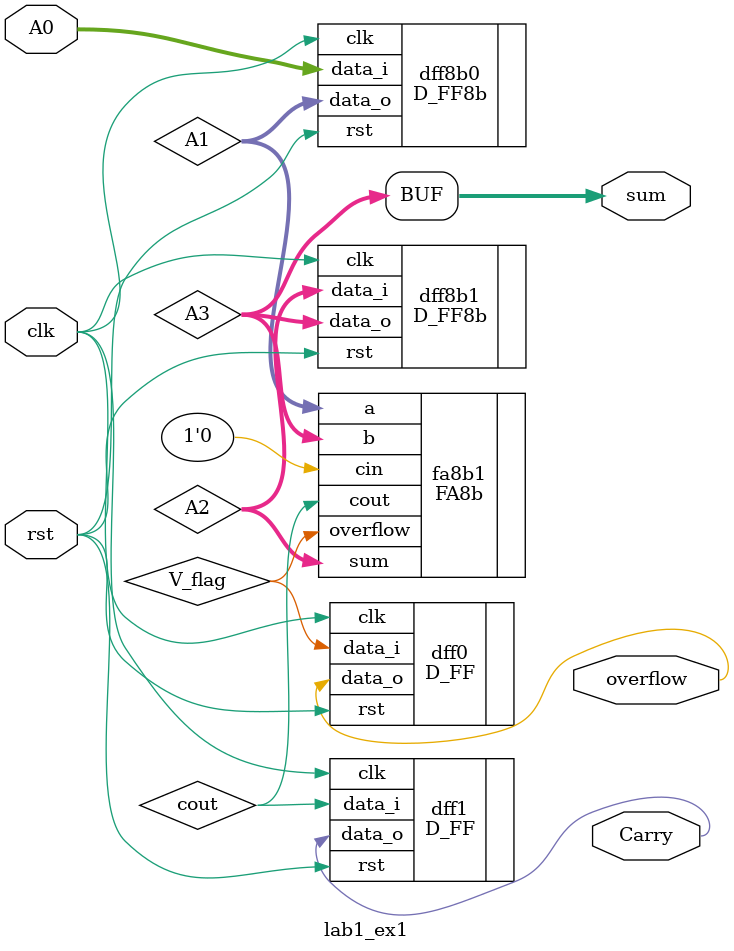
<source format=sv>
module lab1_ex1 (
	input logic [7:0] A0,
	input logic clk, rst,
	output logic [0:0] overflow, Carry,
	output logic [7:0] sum
);

wire [7:0] A1, A2, A3;
wire [0:0] V_flag, cout;

D_FF8b dff8b0 (.clk(clk), .rst(rst), .data_i(A0), .data_o(A1));
FA8b fa8b1 (.sum(A2), .a(A1), .b(A3), .cin(1'b0), .cout(cout), .overflow(V_flag));
D_FF8b dff8b1 (.clk(clk), .rst(rst), .data_i(A2), .data_o(A3));
D_FF dff0 (.clk(clk), .rst(rst), .data_i(V_flag), .data_o(overflow));
D_FF dff1 (.clk(clk), .rst(rst), .data_i(cout), .data_o(Carry));

assign sum = A3;
endmodule : lab1_ex1
</source>
